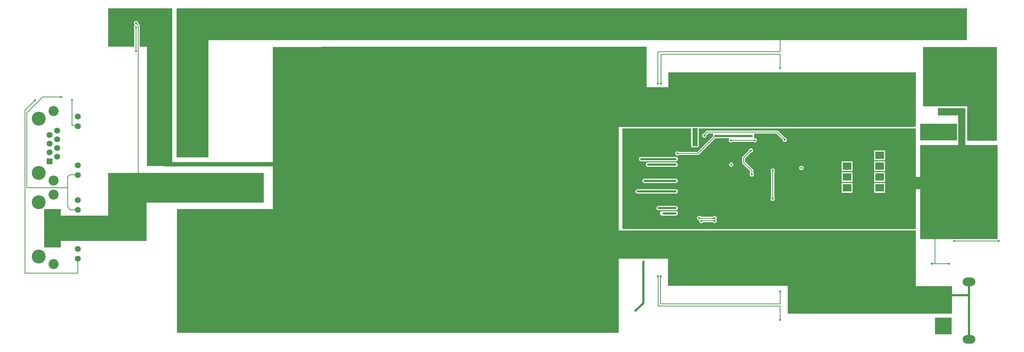
<source format=gbl>
G04*
G04 #@! TF.GenerationSoftware,Altium Limited,Altium Designer,18.1.7 (191)*
G04*
G04 Layer_Physical_Order=2*
G04 Layer_Color=16711680*
%FSLAX44Y44*%
%MOMM*%
G71*
G01*
G75*
%ADD10C,0.2000*%
%ADD64C,0.5000*%
%ADD114R,4.0000X9.0000*%
%ADD145O,3.0000X2.0000*%
%ADD146R,4.0000X4.0000*%
%ADD147R,2.0000X1.8000*%
%ADD148C,1.3980*%
%ADD149C,2.3550*%
%ADD150C,3.2500*%
%ADD151R,1.3980X1.3980*%
%ADD152C,0.4800*%
%ADD153C,1.2000*%
%ADD154R,31.0000X7.0000*%
%ADD155R,30.0000X16.5000*%
%ADD156R,37.5000X6.5000*%
%ADD157R,49.7000X1.0000*%
%ADD158R,6.0000X29.0000*%
%ADD159R,7.5000X35.0000*%
%ADD160R,185.0000X7.5000*%
%ADD161R,76.0000X11.0000*%
%ADD162R,7.0000X8.6000*%
%ADD163R,17.3000X14.0000*%
%ADD164R,1.7000X8.0000*%
%ADD165R,6.4000X1.7000*%
%ADD166R,8.0000X3.0000*%
%ADD167R,8.6000X4.0000*%
%ADD168R,18.1000X22.0000*%
%ADD169R,9.1000X0.6000*%
%ADD170R,1.2000X4.2000*%
%ADD171R,57.9000X12.8000*%
%ADD172R,21.3000X6.0000*%
%ADD173R,9.0000X15.5000*%
%ADD174R,36.5000X7.0000*%
%ADD175R,117.9000X9.3000*%
%ADD176R,56.0000X29.0000*%
%ADD177R,71.0000X6.6000*%
%ADD178R,81.0000X67.0000*%
G36*
X680000Y870000D02*
X603609D01*
Y920000D01*
X603335Y921381D01*
X602552Y922552D01*
X600020Y925084D01*
X599653Y926927D01*
X598562Y928562D01*
X596927Y929653D01*
X595000Y930037D01*
X593073Y929653D01*
X591438Y928562D01*
X590347Y926927D01*
X589963Y925000D01*
X590347Y923073D01*
X591438Y921439D01*
X592492Y920734D01*
Y919266D01*
X591438Y918562D01*
X590347Y916927D01*
X589963Y915000D01*
X590347Y913073D01*
X591391Y911510D01*
Y870000D01*
X530000D01*
Y960000D01*
X680000D01*
Y870000D01*
D02*
G37*
G36*
X2420000Y678102D02*
X2420000Y640000D01*
Y443000D01*
X1733000D01*
Y679000D01*
X1893140Y679000D01*
X1894410Y679000D01*
Y673182D01*
X1894386Y673000D01*
X1894410Y672818D01*
Y644182D01*
X1894386Y644000D01*
X1894410Y643818D01*
Y637000D01*
X1894607Y636009D01*
X1895169Y635169D01*
X1896009Y634607D01*
X1897000Y634410D01*
X1909000D01*
X1909991Y634607D01*
X1910831Y635169D01*
X1911393Y636009D01*
X1911590Y637000D01*
Y643818D01*
X1911614Y644000D01*
X1911590Y644182D01*
Y672818D01*
X1911614Y673000D01*
X1911590Y673182D01*
Y679000D01*
X1912860Y679000D01*
X2419102Y679000D01*
X2420000Y678102D01*
D02*
G37*
%LPC*%
G36*
X1932000Y673609D02*
X1930619Y673335D01*
X1929448Y672552D01*
X1923667Y666772D01*
X1923073Y666653D01*
X1921438Y665562D01*
X1920347Y663928D01*
X1919963Y662000D01*
X1920347Y660072D01*
X1921438Y658438D01*
X1923073Y657347D01*
X1925000Y656963D01*
X1926927Y657347D01*
X1928562Y658438D01*
X1929653Y660072D01*
X1930037Y662000D01*
X1929882Y662778D01*
X1933495Y666391D01*
X1945015D01*
X1945694Y665121D01*
X1945607Y664991D01*
X1945410Y664000D01*
Y660515D01*
X1908505Y623609D01*
X1865490D01*
X1863927Y624653D01*
X1862000Y625037D01*
X1860072Y624653D01*
X1858439Y623562D01*
X1857347Y621927D01*
X1856963Y620000D01*
X1857347Y618073D01*
X1858439Y616438D01*
X1860072Y615347D01*
X1862000Y614963D01*
X1863927Y615347D01*
X1865490Y616391D01*
X1910000D01*
X1910000Y616391D01*
X1911381Y616665D01*
X1912552Y617448D01*
X1950495Y655391D01*
X1979000D01*
X1979098Y655410D01*
X1982597D01*
X1983157Y654140D01*
X1982347Y652927D01*
X1981963Y651000D01*
X1982347Y649072D01*
X1983439Y647439D01*
X1985072Y646347D01*
X1987000Y645963D01*
X1988927Y646347D01*
X1990490Y647391D01*
X2039510D01*
X2041073Y646347D01*
X2043000Y645963D01*
X2044928Y646347D01*
X2046561Y647439D01*
X2047653Y649072D01*
X2048037Y651000D01*
X2047653Y652927D01*
X2046561Y654561D01*
X2044928Y655653D01*
X2043000Y656037D01*
X2042159Y655869D01*
X2041393Y657009D01*
X2041590Y658000D01*
Y664000D01*
X2041393Y664991D01*
X2041306Y665121D01*
X2041985Y666391D01*
X2093505D01*
X2107980Y651916D01*
X2108347Y650072D01*
X2109438Y648438D01*
X2111073Y647347D01*
X2113000Y646963D01*
X2114928Y647347D01*
X2116561Y648438D01*
X2117653Y650072D01*
X2118037Y652000D01*
X2117653Y653928D01*
X2116561Y655562D01*
X2114928Y656653D01*
X2113084Y657020D01*
X2097552Y672552D01*
X2096381Y673335D01*
X2095000Y673609D01*
X1932000D01*
X1932000Y673609D01*
D02*
G37*
G36*
X2347740Y627140D02*
X2322660D01*
Y604060D01*
X2347740D01*
Y627140D01*
D02*
G37*
G36*
X1857000Y612139D02*
X1777000D01*
X1775034Y611748D01*
X1773366Y610634D01*
X1772252Y608966D01*
X1771861Y607000D01*
X1772252Y605033D01*
X1773366Y603366D01*
X1775034Y602252D01*
X1777000Y601861D01*
X1857000D01*
X1857756Y602012D01*
X1858000Y601963D01*
X1859928Y602347D01*
X1861562Y603438D01*
X1862653Y605073D01*
X1863037Y607000D01*
X1862653Y608927D01*
X1861562Y610562D01*
X1859928Y611653D01*
X1858000Y612037D01*
X1857756Y611988D01*
X1857000Y612139D01*
D02*
G37*
G36*
X1988000Y599035D02*
X1986073Y598651D01*
X1984438Y597560D01*
X1983347Y595925D01*
X1982963Y593998D01*
X1983347Y592071D01*
X1984438Y590437D01*
X1986073Y589345D01*
X1988000Y588961D01*
X1989928Y589345D01*
X1991561Y590437D01*
X1992653Y592071D01*
X1993037Y593998D01*
X1992653Y595925D01*
X1991561Y597560D01*
X1989928Y598651D01*
X1988000Y599035D01*
D02*
G37*
G36*
X1858000Y599139D02*
X1793000D01*
X1791033Y598748D01*
X1789366Y597634D01*
X1788252Y595966D01*
X1787861Y594000D01*
X1788252Y592034D01*
X1789366Y590366D01*
X1791033Y589252D01*
X1793000Y588861D01*
X1858000D01*
X1859966Y589252D01*
X1861634Y590366D01*
X1862748Y592034D01*
X1863139Y594000D01*
X1862748Y595966D01*
X1861634Y597634D01*
X1859966Y598748D01*
X1858000Y599139D01*
D02*
G37*
G36*
X2152000Y591037D02*
X2150073Y590653D01*
X2148439Y589562D01*
X2147347Y587928D01*
X2146963Y586000D01*
X2147347Y584072D01*
X2148439Y582439D01*
X2150073Y581347D01*
X2152000Y580963D01*
X2153927Y581347D01*
X2155562Y582439D01*
X2156653Y584072D01*
X2157037Y586000D01*
X2156653Y587928D01*
X2155562Y589562D01*
X2153927Y590653D01*
X2152000Y591037D01*
D02*
G37*
G36*
X2347740Y601740D02*
X2322660D01*
Y578660D01*
X2347740D01*
Y601740D01*
D02*
G37*
G36*
X2271540D02*
X2246460D01*
Y578660D01*
X2271540D01*
Y601740D01*
D02*
G37*
G36*
X2034000Y632037D02*
X2032072Y631653D01*
X2030439Y630562D01*
X2029347Y628927D01*
X2028980Y627084D01*
X2014448Y612552D01*
X2013665Y611381D01*
X2013391Y610000D01*
Y599000D01*
X2013665Y597619D01*
X2014448Y596448D01*
X2014448Y596448D01*
X2032391Y578505D01*
Y574490D01*
X2031347Y572928D01*
X2030963Y571000D01*
X2031347Y569072D01*
X2032439Y567439D01*
X2034073Y566347D01*
X2036000Y565963D01*
X2037928Y566347D01*
X2039561Y567439D01*
X2040653Y569072D01*
X2041037Y571000D01*
X2040653Y572928D01*
X2039609Y574490D01*
Y580000D01*
X2039335Y581381D01*
X2038552Y582552D01*
X2020609Y600495D01*
Y608505D01*
X2034084Y621980D01*
X2035927Y622347D01*
X2037561Y623438D01*
X2038653Y625073D01*
X2039037Y627000D01*
X2038653Y628927D01*
X2037561Y630562D01*
X2035927Y631653D01*
X2034000Y632037D01*
D02*
G37*
G36*
X2347740Y576340D02*
X2322660D01*
Y553260D01*
X2347740D01*
Y576340D01*
D02*
G37*
G36*
X2271540D02*
X2246460D01*
Y553260D01*
X2271540D01*
Y576340D01*
D02*
G37*
G36*
X1858000Y561139D02*
X1785000D01*
X1783033Y560748D01*
X1781366Y559634D01*
X1780252Y557966D01*
X1779861Y556000D01*
X1780252Y554034D01*
X1781366Y552366D01*
X1783033Y551252D01*
X1785000Y550861D01*
X1858000D01*
X1859966Y551252D01*
X1861634Y552366D01*
X1862748Y554034D01*
X1863139Y556000D01*
X1862748Y557966D01*
X1861634Y559634D01*
X1859966Y560748D01*
X1858000Y561139D01*
D02*
G37*
G36*
X2347740Y550940D02*
X2322660D01*
Y527860D01*
X2347740D01*
Y550940D01*
D02*
G37*
G36*
X2271540D02*
X2246460D01*
Y527860D01*
X2271540D01*
Y550940D01*
D02*
G37*
G36*
X1858000Y536139D02*
X1769000D01*
X1767034Y535748D01*
X1765366Y534634D01*
X1764252Y532966D01*
X1763861Y531000D01*
X1764252Y529034D01*
X1765366Y527366D01*
X1767034Y526252D01*
X1769000Y525861D01*
X1858000D01*
X1859966Y526252D01*
X1861634Y527366D01*
X1862748Y529034D01*
X1863139Y531000D01*
X1862748Y532966D01*
X1861634Y534634D01*
X1859966Y535748D01*
X1858000Y536139D01*
D02*
G37*
G36*
X2085000Y585035D02*
X2083073Y584651D01*
X2081439Y583560D01*
X2080347Y581926D01*
X2079963Y579998D01*
X2080347Y578070D01*
X2081331Y576598D01*
Y517400D01*
X2080347Y515928D01*
X2079963Y514000D01*
X2080347Y512072D01*
X2081438Y510438D01*
X2083073Y509347D01*
X2085000Y508963D01*
X2086927Y509347D01*
X2088562Y510438D01*
X2089653Y512072D01*
X2090037Y514000D01*
X2089653Y515928D01*
X2088562Y517562D01*
X2088549Y517570D01*
Y576428D01*
X2088562Y576437D01*
X2089653Y578070D01*
X2090037Y579998D01*
X2089653Y581926D01*
X2088562Y583560D01*
X2086928Y584651D01*
X2085000Y585035D01*
D02*
G37*
G36*
X1857000Y497139D02*
X1818000D01*
X1816033Y496748D01*
X1814366Y495634D01*
X1813252Y493966D01*
X1812861Y492000D01*
X1813252Y490033D01*
X1814366Y488366D01*
X1816033Y487252D01*
X1818000Y486861D01*
X1857000D01*
X1857756Y487012D01*
X1858000Y486963D01*
X1859928Y487347D01*
X1861561Y488438D01*
X1862653Y490073D01*
X1863037Y492000D01*
X1862653Y493927D01*
X1861561Y495561D01*
X1859928Y496653D01*
X1858000Y497037D01*
X1857756Y496988D01*
X1857000Y497139D01*
D02*
G37*
G36*
X1858000Y485139D02*
X1826000D01*
X1824034Y484748D01*
X1822366Y483634D01*
X1821252Y481967D01*
X1820861Y480000D01*
X1821252Y478033D01*
X1822366Y476366D01*
X1824034Y475252D01*
X1826000Y474861D01*
X1858000D01*
X1859966Y475252D01*
X1861634Y476366D01*
X1862748Y478033D01*
X1863139Y480000D01*
X1862748Y481967D01*
X1861634Y483634D01*
X1859966Y484748D01*
X1858000Y485139D01*
D02*
G37*
G36*
X1949000Y474037D02*
X1947072Y473653D01*
X1945439Y472561D01*
X1944802Y471609D01*
X1917198D01*
X1916561Y472561D01*
X1914928Y473653D01*
X1913000Y474037D01*
X1911073Y473653D01*
X1909438Y472561D01*
X1908347Y470928D01*
X1907963Y469000D01*
X1908347Y467072D01*
X1909438Y465438D01*
X1911073Y464347D01*
X1913000Y463963D01*
X1913111Y462745D01*
X1912963Y462000D01*
X1913347Y460073D01*
X1914438Y458438D01*
X1916073Y457347D01*
X1918000Y456963D01*
X1919928Y457347D01*
X1921561Y458438D01*
X1922198Y459391D01*
X1944802D01*
X1945439Y458438D01*
X1947072Y457347D01*
X1949000Y456963D01*
X1950927Y457347D01*
X1952562Y458438D01*
X1953653Y460073D01*
X1954037Y462000D01*
X1953653Y463927D01*
X1952603Y465500D01*
X1953653Y467072D01*
X1954037Y469000D01*
X1953653Y470928D01*
X1952562Y472561D01*
X1950927Y473653D01*
X1949000Y474037D01*
D02*
G37*
%LPD*%
D10*
X2204000Y610000D02*
Y614000D01*
X2465000Y362000D02*
Y430000D01*
Y362000D02*
X2468000D01*
X2457000D02*
X2465000D01*
X440000Y570000D02*
X460000D01*
X595000Y925000D02*
X600000Y920000D01*
X600000Y555000D01*
X605000Y550000D01*
X555000Y929000D02*
X581000Y955000D01*
X655000D01*
X445000Y685000D02*
X460000D01*
X335000Y721000D02*
X359000Y745000D01*
X377000Y752000D02*
X418000D01*
X340000Y715000D02*
X377000Y752000D01*
X340000Y540000D02*
Y715000D01*
X595000Y860000D02*
Y915000D01*
X2614000Y415000D02*
X2614000Y415000D01*
X2510000Y415000D02*
X2614000D01*
X2152000Y614000D02*
X2204000D01*
X2015000Y530998D02*
Y531000D01*
Y505000D02*
Y530998D01*
Y504998D02*
Y505000D01*
Y530998D02*
X2028998D01*
X1988000D02*
X2015000D01*
Y505000D02*
X2017000Y503000D01*
X2015000Y505000D02*
X2015000Y505000D01*
X1988000Y531000D02*
X2015000D01*
X2024000Y503000D02*
X2093000D01*
X2017000D02*
X2024000D01*
Y498000D02*
Y503000D01*
Y498000D02*
Y498000D01*
X2024000D01*
Y484998D02*
Y498000D01*
X2492000Y683000D02*
X2497000D01*
X2505000D02*
X2513000D01*
X2497000D02*
X2505000D01*
X1918000Y463000D02*
X1948000D01*
X335000Y721000D02*
X335000Y340000D01*
X1862000Y620000D02*
X1910000D01*
Y620000D02*
Y620000D01*
Y620000D02*
X1949000Y659000D01*
X1979000D01*
X1915000Y468000D02*
X1949000D01*
X2017000Y599000D02*
X2036000Y580000D01*
X2017000Y610000D02*
X2034000Y627000D01*
X2017000Y599000D02*
Y610000D01*
Y599000D02*
Y599000D01*
X2036000Y571000D02*
Y580000D01*
X2177000Y541000D02*
Y541000D01*
X2150000Y514000D02*
X2177000Y541000D01*
X2150000Y493000D02*
Y514000D01*
X2093000Y503000D02*
X2094000D01*
X2085000Y513120D02*
Y514000D01*
X2084940Y513060D02*
X2085000Y513120D01*
X2084940Y513060D02*
Y579560D01*
X2468000Y362000D02*
X2496000D01*
X2095000Y670000D02*
X2113000Y652000D01*
X1932000Y670000D02*
X2095000D01*
X1925000Y663000D02*
X1932000Y670000D01*
X2126000Y614000D02*
X2150000D01*
X2204000Y564000D02*
Y612000D01*
Y564000D02*
X2204000Y564000D01*
X2125000Y614000D02*
Y650000D01*
X2063000Y605000D02*
Y620000D01*
X2063000Y614000D02*
X2125000D01*
X2204000Y533000D02*
Y541000D01*
X2177000D02*
X2204000D01*
X2177000Y540998D02*
Y541000D01*
X2204000Y542000D02*
Y563998D01*
X2204000D01*
X2204000Y564000D02*
X2204000D01*
X1987000Y651000D02*
X2042000D01*
X1948000Y463000D02*
X1949000Y462000D01*
X2029000Y531000D02*
X2043000D01*
X2028998Y530998D02*
X2029000Y531000D01*
X2043000D02*
X2054000Y542000D01*
X2063000Y551000D01*
X2054000Y542000D02*
Y542000D01*
X2063000Y551000D02*
Y580000D01*
Y605000D02*
X2063000D01*
X2025000D02*
X2063000D01*
X2510000Y414000D02*
Y415000D01*
X1824000Y852000D02*
Y852000D01*
Y784000D02*
Y852000D01*
X2102000Y858000D02*
X2102000D01*
X1816000D02*
X2102000D01*
X445000Y685000D02*
Y745000D01*
X335000Y340000D02*
X459148D01*
Y374168D01*
X340000Y540000D02*
X435000D01*
Y565000D01*
Y495000D02*
Y540000D01*
X441533Y488467D02*
X459148D01*
X435000Y495000D02*
X441533Y488467D01*
X435000Y565000D02*
X440000Y570000D01*
X1836000Y632000D02*
X1837000D01*
Y619998D02*
Y632000D01*
X2063000Y580000D02*
Y605000D01*
X2025000Y604998D02*
Y605000D01*
X2057000Y580000D02*
X2063000D01*
X2102000Y858000D02*
Y890000D01*
X1816000Y784000D02*
Y858000D01*
X2102000Y820000D02*
Y852000D01*
X1824000Y852000D02*
X2102000Y852000D01*
X1816000Y332000D02*
X1817000Y331000D01*
Y263000D02*
Y331000D01*
Y263000D02*
X2102000Y263000D01*
X1822000Y331000D02*
X1823000Y332000D01*
X1822000Y268000D02*
Y331000D01*
Y268000D02*
X2102000Y268000D01*
Y231000D02*
Y263000D01*
Y268000D02*
Y297000D01*
D64*
X1830000Y480000D02*
X1858000D01*
X1858000Y480000D01*
X2544000Y319000D02*
X2545000Y320000D01*
X2544000Y289000D02*
Y319000D01*
Y185000D02*
Y289000D01*
X2545000Y290000D01*
X2543500Y288500D02*
X2544000Y289000D01*
X2484000Y288500D02*
X2543500D01*
X1764000Y252000D02*
X1782000Y270000D01*
Y367000D01*
X1793000Y594000D02*
X1858000D01*
X1777000Y607000D02*
X1857000D01*
X1785000Y556000D02*
X1858000D01*
X1818000Y492000D02*
X1857000D01*
X1769000Y531000D02*
X1858000D01*
D114*
X400000Y445000D02*
D03*
D145*
X2544000Y320000D02*
D03*
Y185000D02*
D03*
D146*
X2484000Y288500D02*
D03*
Y216500D02*
D03*
D147*
X2335200Y514000D02*
D03*
Y539400D02*
D03*
Y564800D02*
D03*
Y590200D02*
D03*
Y615600D02*
D03*
X2259000D02*
D03*
Y590200D02*
D03*
Y564800D02*
D03*
Y539400D02*
D03*
Y514000D02*
D03*
D148*
X459148Y592067D02*
D03*
Y569167D02*
D03*
Y683467D02*
D03*
Y706367D02*
D03*
X410848Y673367D02*
D03*
X393048Y663167D02*
D03*
X410848Y652967D02*
D03*
X393048Y642767D02*
D03*
X410848Y632567D02*
D03*
X393048Y622367D02*
D03*
X410848Y612167D02*
D03*
X459148Y397067D02*
D03*
Y374168D02*
D03*
Y488467D02*
D03*
Y511367D02*
D03*
X410848Y478368D02*
D03*
X393048Y468167D02*
D03*
X410848Y457967D02*
D03*
X393048Y447767D02*
D03*
X410848Y437567D02*
D03*
X393048Y427368D02*
D03*
X410848Y417168D02*
D03*
D149*
X401948Y556467D02*
D03*
Y719067D02*
D03*
Y361468D02*
D03*
Y524067D02*
D03*
D150*
X367648Y574267D02*
D03*
Y701267D02*
D03*
Y379268D02*
D03*
Y506268D02*
D03*
D151*
X393048Y601967D02*
D03*
Y406968D02*
D03*
D152*
X1830000Y480000D02*
D03*
X359000Y745000D02*
D03*
X420000Y752000D02*
D03*
X655000Y885000D02*
D03*
Y955000D02*
D03*
X555000Y929000D02*
D03*
X595000Y860000D02*
D03*
Y925000D02*
D03*
Y915000D02*
D03*
X2479000Y723000D02*
D03*
X2479000Y636000D02*
D03*
X2489000D02*
D03*
X2614000Y415000D02*
D03*
X1925000Y662000D02*
D03*
X2513000Y683000D02*
D03*
X2505000D02*
D03*
X2497000D02*
D03*
X1782000Y367000D02*
D03*
X1793000Y594000D02*
D03*
X1777000Y607000D02*
D03*
X1785000Y556000D02*
D03*
X2036000Y571000D02*
D03*
X2093000Y503000D02*
D03*
X2085000Y514000D02*
D03*
X2034000Y627000D02*
D03*
X2113000Y652000D02*
D03*
X2150000Y614000D02*
D03*
X2204000Y612000D02*
D03*
X2125000Y650000D02*
D03*
X2064000Y622000D02*
D03*
X2125000Y614000D02*
D03*
X2043000Y651000D02*
D03*
X1764000Y252000D02*
D03*
X1818000Y492000D02*
D03*
X1987000Y651000D02*
D03*
X1949000Y462000D02*
D03*
Y469000D02*
D03*
X2457000Y362000D02*
D03*
X2510000Y415000D02*
D03*
X2497000Y362000D02*
D03*
X445000Y745000D02*
D03*
X2035000Y660998D02*
D03*
X2029000D02*
D03*
X2023000D02*
D03*
X1862000Y620000D02*
D03*
X1845000Y543000D02*
D03*
X2102000Y890998D02*
D03*
Y819998D02*
D03*
X1824000Y784000D02*
D03*
X1816000D02*
D03*
X1918000Y462000D02*
D03*
X1913000Y469000D02*
D03*
X2102000Y231000D02*
D03*
Y297000D02*
D03*
X1816000Y332000D02*
D03*
X1823000D02*
D03*
X1769000Y531000D02*
D03*
X2177000Y599000D02*
D03*
X1858000Y607000D02*
D03*
X1858000Y492000D02*
D03*
X1858000Y480000D02*
D03*
X1858000Y556000D02*
D03*
Y594000D02*
D03*
X1858000Y531000D02*
D03*
X1837000Y619998D02*
D03*
X2152000Y586000D02*
D03*
X2150000Y493000D02*
D03*
X2177000Y540998D02*
D03*
X2085000Y579998D02*
D03*
X2025000Y604998D02*
D03*
X2024000Y484998D02*
D03*
X2015000Y504998D02*
D03*
X2054000Y541998D02*
D03*
X2056000Y579998D02*
D03*
X1837000Y568998D02*
D03*
Y631998D02*
D03*
Y517998D02*
D03*
X1988000Y530998D02*
D03*
X2204000Y563998D02*
D03*
X1988000Y593998D02*
D03*
X2204000Y532998D02*
D03*
D153*
X745000Y940000D02*
D03*
X785000Y940000D02*
D03*
X2305000Y940000D02*
D03*
X2345000D02*
D03*
Y905000D02*
D03*
X2385000Y940000D02*
D03*
Y905000D02*
D03*
X2425000Y940000D02*
D03*
Y905000D02*
D03*
X2305000D02*
D03*
X2105000D02*
D03*
Y940000D02*
D03*
X2145000D02*
D03*
Y905000D02*
D03*
X2185000Y940000D02*
D03*
Y905000D02*
D03*
X2225000Y940000D02*
D03*
Y905000D02*
D03*
X2265000Y940000D02*
D03*
Y905000D02*
D03*
X1905000D02*
D03*
Y940000D02*
D03*
X1945000D02*
D03*
Y905000D02*
D03*
X1985000Y940000D02*
D03*
Y905000D02*
D03*
X2025000Y940000D02*
D03*
Y905000D02*
D03*
X2065000Y940000D02*
D03*
Y905000D02*
D03*
X1705000D02*
D03*
Y940000D02*
D03*
X1745000D02*
D03*
Y905000D02*
D03*
X1785000Y940000D02*
D03*
Y905000D02*
D03*
X1825000Y940000D02*
D03*
Y905000D02*
D03*
X1865000Y940000D02*
D03*
Y905000D02*
D03*
X1505000Y940000D02*
D03*
X1545000D02*
D03*
Y905000D02*
D03*
X1585000Y940000D02*
D03*
Y905000D02*
D03*
X1625000Y940000D02*
D03*
Y905000D02*
D03*
X1665000Y940000D02*
D03*
Y905000D02*
D03*
X1505000D02*
D03*
X910000Y225000D02*
D03*
X1915000Y689998D02*
D03*
X1890000D02*
D03*
X880000Y529998D02*
D03*
Y549998D02*
D03*
X870000Y564998D02*
D03*
Y514998D02*
D03*
X860000Y529998D02*
D03*
Y549998D02*
D03*
X750000Y245000D02*
D03*
X735000Y235000D02*
D03*
X705000D02*
D03*
X720000Y245000D02*
D03*
X705000Y255000D02*
D03*
X735000D02*
D03*
X750000Y265000D02*
D03*
X720000D02*
D03*
X710000Y680000D02*
D03*
X745000D02*
D03*
Y645000D02*
D03*
X710000D02*
D03*
Y870000D02*
D03*
X745000D02*
D03*
Y830000D02*
D03*
X710000D02*
D03*
X745000Y790000D02*
D03*
X710000D02*
D03*
X745000Y750000D02*
D03*
X710000D02*
D03*
X745000Y715000D02*
D03*
X710000D02*
D03*
X865000Y940000D02*
D03*
Y905000D02*
D03*
X825000D02*
D03*
Y940000D02*
D03*
X785000Y905000D02*
D03*
X745000D02*
D03*
X710000D02*
D03*
Y940000D02*
D03*
X1065000D02*
D03*
Y905000D02*
D03*
X1025000D02*
D03*
Y940000D02*
D03*
X985000Y905000D02*
D03*
Y940000D02*
D03*
X945000Y905000D02*
D03*
Y940000D02*
D03*
X905000Y905000D02*
D03*
Y940000D02*
D03*
X1265000D02*
D03*
Y905000D02*
D03*
X1225000D02*
D03*
Y940000D02*
D03*
X1185000Y905000D02*
D03*
Y940000D02*
D03*
X1145000Y905000D02*
D03*
Y940000D02*
D03*
X1105000Y905000D02*
D03*
Y940000D02*
D03*
X1465000D02*
D03*
Y905000D02*
D03*
X1425000D02*
D03*
Y940000D02*
D03*
X1385000Y905000D02*
D03*
Y940000D02*
D03*
X1345000Y905000D02*
D03*
Y940000D02*
D03*
X1305000Y905000D02*
D03*
Y940000D02*
D03*
X1415000Y210000D02*
D03*
Y860000D02*
D03*
X1591000Y861000D02*
D03*
X1590000Y211000D02*
D03*
X2460000Y755000D02*
D03*
Y785000D02*
D03*
Y815000D02*
D03*
Y845000D02*
D03*
X2490000D02*
D03*
Y815000D02*
D03*
Y755000D02*
D03*
X2520000Y845000D02*
D03*
Y815000D02*
D03*
Y785000D02*
D03*
Y755000D02*
D03*
X2550000Y845000D02*
D03*
Y815000D02*
D03*
Y785000D02*
D03*
Y755000D02*
D03*
X2580000Y845000D02*
D03*
Y815000D02*
D03*
Y785000D02*
D03*
Y755000D02*
D03*
X2490000Y785000D02*
D03*
X2437000Y658000D02*
D03*
X2465000Y450000D02*
D03*
Y470000D02*
D03*
Y490000D02*
D03*
Y430000D02*
D03*
X2414000Y430002D02*
D03*
X2414000Y690000D02*
D03*
X1903000Y644000D02*
D03*
X2551000Y461000D02*
D03*
X1903000Y673000D02*
D03*
X2599000Y460998D02*
D03*
X2575000D02*
D03*
X790002Y565000D02*
D03*
X810002D02*
D03*
X800002Y530000D02*
D03*
X800002Y550000D02*
D03*
X780002Y530000D02*
D03*
Y550000D02*
D03*
X790002Y515000D02*
D03*
X810002D02*
D03*
X830002Y565000D02*
D03*
X850002D02*
D03*
X840002Y530000D02*
D03*
X840002Y550000D02*
D03*
X820002Y530000D02*
D03*
Y550000D02*
D03*
X830002Y515000D02*
D03*
X850002D02*
D03*
X710002Y565000D02*
D03*
X730002D02*
D03*
X720002Y530000D02*
D03*
X720002Y550000D02*
D03*
X700002Y530000D02*
D03*
Y550000D02*
D03*
X710002Y515000D02*
D03*
X730002D02*
D03*
X750002Y565000D02*
D03*
X770002D02*
D03*
X760002Y530000D02*
D03*
X760002Y550000D02*
D03*
X740002Y530000D02*
D03*
Y550000D02*
D03*
X750002Y515000D02*
D03*
X770002D02*
D03*
X750000Y464998D02*
D03*
X720000D02*
D03*
X735000Y474998D02*
D03*
X705000D02*
D03*
X750000Y444998D02*
D03*
Y424998D02*
D03*
X720000D02*
D03*
X735000Y434998D02*
D03*
X720000Y444998D02*
D03*
X735000Y454998D02*
D03*
X705000D02*
D03*
Y434998D02*
D03*
X750000Y404998D02*
D03*
Y384998D02*
D03*
X720000D02*
D03*
X735000Y394998D02*
D03*
X720000Y404998D02*
D03*
X735000Y414998D02*
D03*
X705000D02*
D03*
Y394998D02*
D03*
X750000Y364998D02*
D03*
Y344998D02*
D03*
X720000D02*
D03*
X735000Y354998D02*
D03*
X720000Y364998D02*
D03*
X735000Y374998D02*
D03*
X705000D02*
D03*
Y354998D02*
D03*
X750000Y324998D02*
D03*
Y304998D02*
D03*
X720000D02*
D03*
X735000Y314998D02*
D03*
X720000Y324998D02*
D03*
X735000Y334998D02*
D03*
X705000D02*
D03*
Y314998D02*
D03*
X750000Y284998D02*
D03*
X735000Y274998D02*
D03*
X720000Y284998D02*
D03*
X735000Y294998D02*
D03*
X705000D02*
D03*
Y274998D02*
D03*
X1840000Y689998D02*
D03*
X1865000D02*
D03*
X2390000Y429998D02*
D03*
X2365000D02*
D03*
X2340000D02*
D03*
X2315000Y430002D02*
D03*
X2290000D02*
D03*
X2390000Y690002D02*
D03*
X2365000D02*
D03*
X2340000D02*
D03*
X2315000D02*
D03*
X2290000D02*
D03*
X2265000D02*
D03*
X2240000Y689998D02*
D03*
X2215000D02*
D03*
X2190000D02*
D03*
X2165000D02*
D03*
X2140000D02*
D03*
X2115000D02*
D03*
X2090000D02*
D03*
X2065000D02*
D03*
X2040000D02*
D03*
X2015000D02*
D03*
X1990000D02*
D03*
X1965000D02*
D03*
X1940000D02*
D03*
X2265000Y430002D02*
D03*
X2240000D02*
D03*
X2215000D02*
D03*
X2190000D02*
D03*
X2165000D02*
D03*
X2140000D02*
D03*
X2115000D02*
D03*
X2090000D02*
D03*
X2065000D02*
D03*
X2040000D02*
D03*
X2015000D02*
D03*
X1990000D02*
D03*
X1965000D02*
D03*
X1940000D02*
D03*
X1915000D02*
D03*
X1890000Y429998D02*
D03*
X1865000D02*
D03*
X1840000D02*
D03*
X1495000Y584998D02*
D03*
Y604998D02*
D03*
X1525000D02*
D03*
X1510000Y594998D02*
D03*
X1540000D02*
D03*
X1495000Y624998D02*
D03*
Y644998D02*
D03*
X1525000D02*
D03*
X1510000Y634998D02*
D03*
X1525000Y624998D02*
D03*
X1510000Y614998D02*
D03*
X1540000D02*
D03*
Y634998D02*
D03*
X1510000Y654998D02*
D03*
X1540000D02*
D03*
X1525000Y584998D02*
D03*
X1495000Y434998D02*
D03*
Y454998D02*
D03*
X1525000D02*
D03*
X1510000Y444998D02*
D03*
X1525000Y434998D02*
D03*
X1510000Y424998D02*
D03*
X1540000D02*
D03*
Y444998D02*
D03*
X1495000Y474998D02*
D03*
Y494998D02*
D03*
X1525000D02*
D03*
X1510000Y484998D02*
D03*
X1525000Y474998D02*
D03*
X1510000Y464998D02*
D03*
X1540000D02*
D03*
Y484998D02*
D03*
D154*
X1995000Y345000D02*
D03*
D155*
X2270000Y327500D02*
D03*
D156*
X2317500Y277500D02*
D03*
D157*
X908500Y595000D02*
D03*
D158*
X650000Y735000D02*
D03*
D159*
X727500Y785000D02*
D03*
D160*
X1615000Y922500D02*
D03*
D161*
X1410000Y815000D02*
D03*
D162*
X2575000Y693000D02*
D03*
D163*
X2523500Y800000D02*
D03*
D164*
X2527500Y671000D02*
D03*
D165*
X2504000Y717500D02*
D03*
D166*
X2438000Y551000D02*
D03*
D167*
X2473000Y670000D02*
D03*
D168*
X2520500Y530000D02*
D03*
D169*
X1993500Y661000D02*
D03*
D170*
X1903000Y658000D02*
D03*
D171*
X2130500Y746000D02*
D03*
D172*
X488500Y445000D02*
D03*
D173*
X575000Y492500D02*
D03*
D174*
X712500Y540000D02*
D03*
D175*
X1824500Y728500D02*
D03*
D176*
X970000Y345000D02*
D03*
D177*
X2065000Y407000D02*
D03*
D178*
X1320000Y535000D02*
D03*
M02*

</source>
